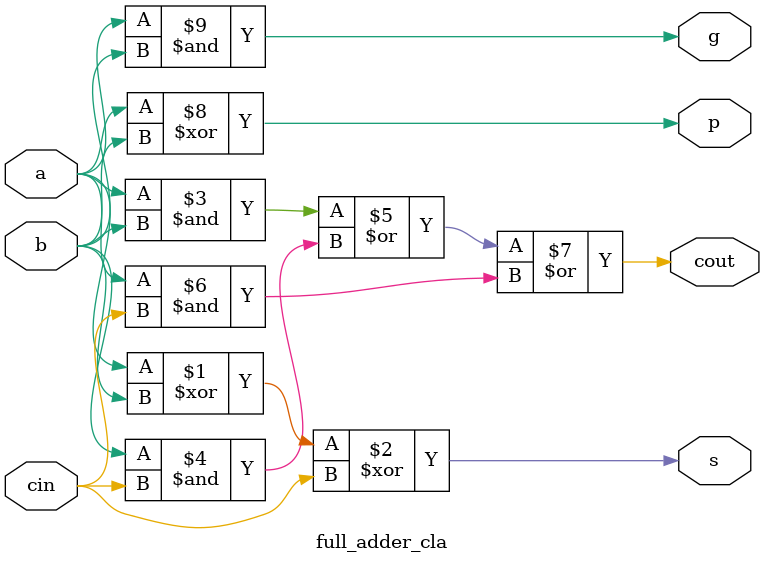
<source format=sv>
module full_adder_cla(input logic a,b,cin, output logic p,g,s,cout);
	
	assign s = a^b^cin;
	assign cout = (a&b)|(b&cin)|(a&cin);
	assign p = a ^ b;
	assign g = a&b;
endmodule

</source>
